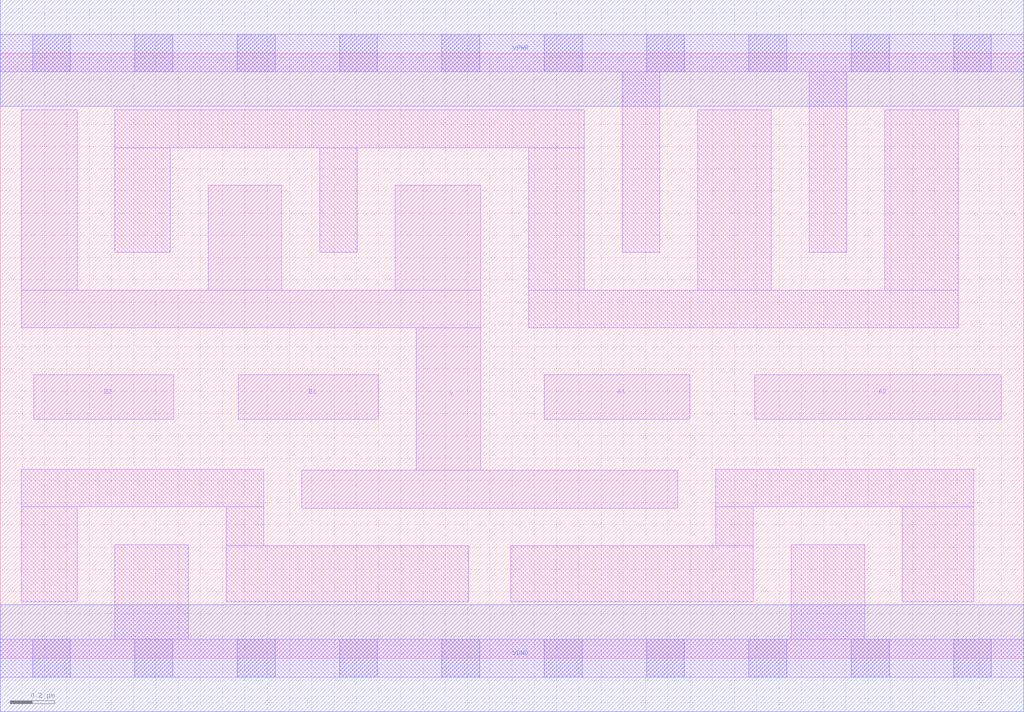
<source format=lef>
# Copyright 2020 The SkyWater PDK Authors
#
# Licensed under the Apache License, Version 2.0 (the "License");
# you may not use this file except in compliance with the License.
# You may obtain a copy of the License at
#
#     https://www.apache.org/licenses/LICENSE-2.0
#
# Unless required by applicable law or agreed to in writing, software
# distributed under the License is distributed on an "AS IS" BASIS,
# WITHOUT WARRANTIES OR CONDITIONS OF ANY KIND, either express or implied.
# See the License for the specific language governing permissions and
# limitations under the License.
#
# SPDX-License-Identifier: Apache-2.0

VERSION 5.7 ;
  NAMESCASESENSITIVE ON ;
  NOWIREEXTENSIONATPIN ON ;
  DIVIDERCHAR "/" ;
  BUSBITCHARS "[]" ;
UNITS
  DATABASE MICRONS 200 ;
END UNITS
MACRO sky130_fd_sc_hd__a22oi_2
  CLASS CORE ;
  FOREIGN sky130_fd_sc_hd__a22oi_2 ;
  ORIGIN  0.000000  0.000000 ;
  SIZE  4.600000 BY  2.720000 ;
  SYMMETRY X Y R90 ;
  SITE unithd ;
  PIN A1
    ANTENNAGATEAREA  0.495000 ;
    DIRECTION INPUT ;
    USE SIGNAL ;
    PORT
      LAYER li1 ;
        RECT 2.445000 1.075000 3.100000 1.275000 ;
    END
  END A1
  PIN A2
    ANTENNAGATEAREA  0.495000 ;
    DIRECTION INPUT ;
    USE SIGNAL ;
    PORT
      LAYER li1 ;
        RECT 3.390000 1.075000 4.500000 1.275000 ;
    END
  END A2
  PIN B1
    ANTENNAGATEAREA  0.495000 ;
    DIRECTION INPUT ;
    USE SIGNAL ;
    PORT
      LAYER li1 ;
        RECT 1.070000 1.075000 1.700000 1.275000 ;
    END
  END B1
  PIN B2
    ANTENNAGATEAREA  0.495000 ;
    DIRECTION INPUT ;
    USE SIGNAL ;
    PORT
      LAYER li1 ;
        RECT 0.150000 1.075000 0.780000 1.275000 ;
    END
  END B2
  PIN Y
    ANTENNADIFFAREA  1.141000 ;
    DIRECTION OUTPUT ;
    USE SIGNAL ;
    PORT
      LAYER li1 ;
        RECT 0.095000 1.485000 2.160000 1.655000 ;
        RECT 0.095000 1.655000 0.345000 2.465000 ;
        RECT 0.935000 1.655000 1.265000 2.125000 ;
        RECT 1.355000 0.675000 3.045000 0.845000 ;
        RECT 1.775000 1.655000 2.160000 2.125000 ;
        RECT 1.870000 0.845000 2.160000 1.485000 ;
    END
  END Y
  PIN VGND
    DIRECTION INOUT ;
    SHAPE ABUTMENT ;
    USE GROUND ;
    PORT
      LAYER met1 ;
        RECT 0.000000 -0.240000 4.600000 0.240000 ;
    END
  END VGND
  PIN VPWR
    DIRECTION INOUT ;
    SHAPE ABUTMENT ;
    USE POWER ;
    PORT
      LAYER met1 ;
        RECT 0.000000 2.480000 4.600000 2.960000 ;
    END
  END VPWR
  OBS
    LAYER li1 ;
      RECT 0.000000 -0.085000 4.600000 0.085000 ;
      RECT 0.000000  2.635000 4.600000 2.805000 ;
      RECT 0.095000  0.255000 0.345000 0.680000 ;
      RECT 0.095000  0.680000 1.185000 0.850000 ;
      RECT 0.515000  0.085000 0.845000 0.510000 ;
      RECT 0.515000  1.825000 0.765000 2.295000 ;
      RECT 0.515000  2.295000 2.625000 2.465000 ;
      RECT 1.015000  0.255000 2.105000 0.505000 ;
      RECT 1.015000  0.505000 1.185000 0.680000 ;
      RECT 1.435000  1.825000 1.605000 2.295000 ;
      RECT 2.295000  0.255000 3.385000 0.505000 ;
      RECT 2.375000  1.485000 4.305000 1.655000 ;
      RECT 2.375000  1.655000 2.625000 2.295000 ;
      RECT 2.795000  1.825000 2.965000 2.635000 ;
      RECT 3.135000  1.655000 3.465000 2.465000 ;
      RECT 3.215000  0.505000 3.385000 0.680000 ;
      RECT 3.215000  0.680000 4.375000 0.850000 ;
      RECT 3.555000  0.085000 3.885000 0.510000 ;
      RECT 3.635000  1.825000 3.805000 2.635000 ;
      RECT 3.975000  1.655000 4.305000 2.465000 ;
      RECT 4.055000  0.255000 4.375000 0.680000 ;
    LAYER mcon ;
      RECT 0.145000 -0.085000 0.315000 0.085000 ;
      RECT 0.145000  2.635000 0.315000 2.805000 ;
      RECT 0.605000 -0.085000 0.775000 0.085000 ;
      RECT 0.605000  2.635000 0.775000 2.805000 ;
      RECT 1.065000 -0.085000 1.235000 0.085000 ;
      RECT 1.065000  2.635000 1.235000 2.805000 ;
      RECT 1.525000 -0.085000 1.695000 0.085000 ;
      RECT 1.525000  2.635000 1.695000 2.805000 ;
      RECT 1.985000 -0.085000 2.155000 0.085000 ;
      RECT 1.985000  2.635000 2.155000 2.805000 ;
      RECT 2.445000 -0.085000 2.615000 0.085000 ;
      RECT 2.445000  2.635000 2.615000 2.805000 ;
      RECT 2.905000 -0.085000 3.075000 0.085000 ;
      RECT 2.905000  2.635000 3.075000 2.805000 ;
      RECT 3.365000 -0.085000 3.535000 0.085000 ;
      RECT 3.365000  2.635000 3.535000 2.805000 ;
      RECT 3.825000 -0.085000 3.995000 0.085000 ;
      RECT 3.825000  2.635000 3.995000 2.805000 ;
      RECT 4.285000 -0.085000 4.455000 0.085000 ;
      RECT 4.285000  2.635000 4.455000 2.805000 ;
  END
END sky130_fd_sc_hd__a22oi_2
END LIBRARY

</source>
